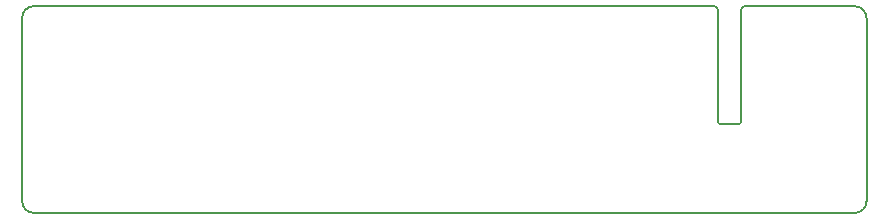
<source format=gm1>
G04 #@! TF.FileFunction,Profile,NP*
%FSLAX46Y46*%
G04 Gerber Fmt 4.6, Leading zero omitted, Abs format (unit mm)*
G04 Created by KiCad (PCBNEW 4.0.5) date 09/24/17 10:25:20*
%MOMM*%
%LPD*%
G01*
G04 APERTURE LIST*
%ADD10C,0.100000*%
%ADD11C,0.150000*%
G04 APERTURE END LIST*
D10*
D11*
X171600000Y-87500000D02*
X114000000Y-87500000D01*
X174200000Y-87500000D02*
X183500000Y-87500000D01*
X173900000Y-97200000D02*
X173900000Y-87800000D01*
X172200000Y-97500000D02*
X173600000Y-97500000D01*
X171900000Y-87800000D02*
X171900000Y-97200000D01*
X173600000Y-97500000D02*
G75*
G03X173900000Y-97200000I0J300000D01*
G01*
X171900000Y-97200000D02*
G75*
G03X172200000Y-97500000I300000J0D01*
G01*
X174200000Y-87500000D02*
G75*
G03X173900000Y-87800000I0J-300000D01*
G01*
X171900000Y-87800000D02*
G75*
G03X171600000Y-87500000I-300000J0D01*
G01*
X184500000Y-104000000D02*
X184500000Y-88500000D01*
X114000000Y-105000000D02*
X183500000Y-105000000D01*
X113000000Y-88500000D02*
X113000000Y-104000000D01*
X114000000Y-87500000D02*
G75*
G03X113000000Y-88500000I0J-1000000D01*
G01*
X184500000Y-88500000D02*
G75*
G03X183500000Y-87500000I-1000000J0D01*
G01*
X183500000Y-105000000D02*
G75*
G03X184500000Y-104000000I0J1000000D01*
G01*
X113000000Y-104000000D02*
G75*
G03X114000000Y-105000000I1000000J0D01*
G01*
M02*

</source>
